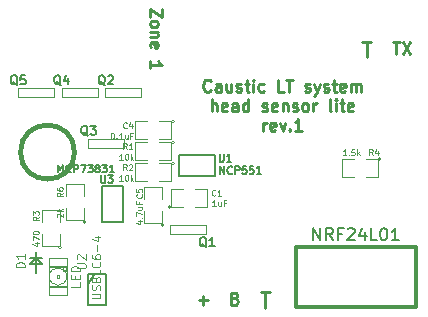
<source format=gto>
G04 (created by PCBNEW (2013-may-18)-stable) date Вт 14 июн 2016 11:11:36*
%MOIN*%
G04 Gerber Fmt 3.4, Leading zero omitted, Abs format*
%FSLAX34Y34*%
G01*
G70*
G90*
G04 APERTURE LIST*
%ADD10C,0.00590551*%
%ADD11C,0.00984252*%
%ADD12C,0.00787402*%
%ADD13C,0.0047*%
%ADD14C,0.005*%
%ADD15C,0.0039*%
%ADD16C,0.012*%
%ADD17C,0.015*%
%ADD18C,0.0026*%
%ADD19C,0.004*%
%ADD20C,0.0051*%
%ADD21C,0.003*%
%ADD22C,0.00393701*%
%ADD23C,0.0043*%
%ADD24C,0.008*%
%ADD25C,0.0035*%
G04 APERTURE END LIST*
G54D10*
G54D11*
X38862Y-19396D02*
X38562Y-19396D01*
X38712Y-19396D02*
X38712Y-19921D01*
X39593Y-19415D02*
X39818Y-19415D01*
X39706Y-19809D02*
X39706Y-19415D01*
X39912Y-19415D02*
X40174Y-19809D01*
X40174Y-19415D02*
X39912Y-19809D01*
X33109Y-28009D02*
X33409Y-28009D01*
X33259Y-28159D02*
X33259Y-27859D01*
X34328Y-27953D02*
X34384Y-27971D01*
X34403Y-27990D01*
X34421Y-28028D01*
X34421Y-28084D01*
X34403Y-28121D01*
X34384Y-28140D01*
X34346Y-28159D01*
X34196Y-28159D01*
X34196Y-27765D01*
X34328Y-27765D01*
X34365Y-27784D01*
X34384Y-27803D01*
X34403Y-27840D01*
X34403Y-27878D01*
X34384Y-27915D01*
X34365Y-27934D01*
X34328Y-27953D01*
X34196Y-27953D01*
X35490Y-27746D02*
X35190Y-27746D01*
X35340Y-27746D02*
X35340Y-28271D01*
X33509Y-21021D02*
X33490Y-21040D01*
X33434Y-21059D01*
X33397Y-21059D01*
X33340Y-21040D01*
X33303Y-21003D01*
X33284Y-20965D01*
X33265Y-20890D01*
X33265Y-20834D01*
X33284Y-20759D01*
X33303Y-20721D01*
X33340Y-20684D01*
X33397Y-20665D01*
X33434Y-20665D01*
X33490Y-20684D01*
X33509Y-20703D01*
X33847Y-21059D02*
X33847Y-20853D01*
X33828Y-20815D01*
X33790Y-20796D01*
X33715Y-20796D01*
X33678Y-20815D01*
X33847Y-21040D02*
X33809Y-21059D01*
X33715Y-21059D01*
X33678Y-21040D01*
X33659Y-21003D01*
X33659Y-20965D01*
X33678Y-20928D01*
X33715Y-20909D01*
X33809Y-20909D01*
X33847Y-20890D01*
X34203Y-20796D02*
X34203Y-21059D01*
X34034Y-20796D02*
X34034Y-21003D01*
X34053Y-21040D01*
X34090Y-21059D01*
X34147Y-21059D01*
X34184Y-21040D01*
X34203Y-21021D01*
X34372Y-21040D02*
X34409Y-21059D01*
X34484Y-21059D01*
X34522Y-21040D01*
X34540Y-21003D01*
X34540Y-20984D01*
X34522Y-20946D01*
X34484Y-20928D01*
X34428Y-20928D01*
X34390Y-20909D01*
X34372Y-20871D01*
X34372Y-20853D01*
X34390Y-20815D01*
X34428Y-20796D01*
X34484Y-20796D01*
X34522Y-20815D01*
X34653Y-20796D02*
X34803Y-20796D01*
X34709Y-20665D02*
X34709Y-21003D01*
X34728Y-21040D01*
X34765Y-21059D01*
X34803Y-21059D01*
X34934Y-21059D02*
X34934Y-20796D01*
X34934Y-20665D02*
X34915Y-20684D01*
X34934Y-20703D01*
X34953Y-20684D01*
X34934Y-20665D01*
X34934Y-20703D01*
X35290Y-21040D02*
X35253Y-21059D01*
X35178Y-21059D01*
X35140Y-21040D01*
X35121Y-21021D01*
X35103Y-20984D01*
X35103Y-20871D01*
X35121Y-20834D01*
X35140Y-20815D01*
X35178Y-20796D01*
X35253Y-20796D01*
X35290Y-20815D01*
X35946Y-21059D02*
X35759Y-21059D01*
X35759Y-20665D01*
X36021Y-20665D02*
X36246Y-20665D01*
X36134Y-21059D02*
X36134Y-20665D01*
X36659Y-21040D02*
X36696Y-21059D01*
X36771Y-21059D01*
X36809Y-21040D01*
X36828Y-21003D01*
X36828Y-20984D01*
X36809Y-20946D01*
X36771Y-20928D01*
X36715Y-20928D01*
X36678Y-20909D01*
X36659Y-20871D01*
X36659Y-20853D01*
X36678Y-20815D01*
X36715Y-20796D01*
X36771Y-20796D01*
X36809Y-20815D01*
X36959Y-20796D02*
X37052Y-21059D01*
X37146Y-20796D02*
X37052Y-21059D01*
X37015Y-21153D01*
X36996Y-21171D01*
X36959Y-21190D01*
X37277Y-21040D02*
X37315Y-21059D01*
X37390Y-21059D01*
X37427Y-21040D01*
X37446Y-21003D01*
X37446Y-20984D01*
X37427Y-20946D01*
X37390Y-20928D01*
X37334Y-20928D01*
X37296Y-20909D01*
X37277Y-20871D01*
X37277Y-20853D01*
X37296Y-20815D01*
X37334Y-20796D01*
X37390Y-20796D01*
X37427Y-20815D01*
X37559Y-20796D02*
X37709Y-20796D01*
X37615Y-20665D02*
X37615Y-21003D01*
X37634Y-21040D01*
X37671Y-21059D01*
X37709Y-21059D01*
X37990Y-21040D02*
X37952Y-21059D01*
X37877Y-21059D01*
X37840Y-21040D01*
X37821Y-21003D01*
X37821Y-20853D01*
X37840Y-20815D01*
X37877Y-20796D01*
X37952Y-20796D01*
X37990Y-20815D01*
X38009Y-20853D01*
X38009Y-20890D01*
X37821Y-20928D01*
X38177Y-21059D02*
X38177Y-20796D01*
X38177Y-20834D02*
X38196Y-20815D01*
X38234Y-20796D01*
X38290Y-20796D01*
X38327Y-20815D01*
X38346Y-20853D01*
X38346Y-21059D01*
X38346Y-20853D02*
X38365Y-20815D01*
X38402Y-20796D01*
X38459Y-20796D01*
X38496Y-20815D01*
X38515Y-20853D01*
X38515Y-21059D01*
X33547Y-21708D02*
X33547Y-21315D01*
X33715Y-21708D02*
X33715Y-21502D01*
X33697Y-21465D01*
X33659Y-21446D01*
X33603Y-21446D01*
X33565Y-21465D01*
X33547Y-21483D01*
X34053Y-21690D02*
X34015Y-21708D01*
X33940Y-21708D01*
X33903Y-21690D01*
X33884Y-21652D01*
X33884Y-21502D01*
X33903Y-21465D01*
X33940Y-21446D01*
X34015Y-21446D01*
X34053Y-21465D01*
X34072Y-21502D01*
X34072Y-21540D01*
X33884Y-21577D01*
X34409Y-21708D02*
X34409Y-21502D01*
X34390Y-21465D01*
X34353Y-21446D01*
X34278Y-21446D01*
X34240Y-21465D01*
X34409Y-21690D02*
X34372Y-21708D01*
X34278Y-21708D01*
X34240Y-21690D01*
X34222Y-21652D01*
X34222Y-21615D01*
X34240Y-21577D01*
X34278Y-21558D01*
X34372Y-21558D01*
X34409Y-21540D01*
X34765Y-21708D02*
X34765Y-21315D01*
X34765Y-21690D02*
X34728Y-21708D01*
X34653Y-21708D01*
X34615Y-21690D01*
X34597Y-21671D01*
X34578Y-21633D01*
X34578Y-21521D01*
X34597Y-21483D01*
X34615Y-21465D01*
X34653Y-21446D01*
X34728Y-21446D01*
X34765Y-21465D01*
X35234Y-21690D02*
X35271Y-21708D01*
X35346Y-21708D01*
X35384Y-21690D01*
X35403Y-21652D01*
X35403Y-21633D01*
X35384Y-21596D01*
X35346Y-21577D01*
X35290Y-21577D01*
X35253Y-21558D01*
X35234Y-21521D01*
X35234Y-21502D01*
X35253Y-21465D01*
X35290Y-21446D01*
X35346Y-21446D01*
X35384Y-21465D01*
X35721Y-21690D02*
X35684Y-21708D01*
X35609Y-21708D01*
X35571Y-21690D01*
X35553Y-21652D01*
X35553Y-21502D01*
X35571Y-21465D01*
X35609Y-21446D01*
X35684Y-21446D01*
X35721Y-21465D01*
X35740Y-21502D01*
X35740Y-21540D01*
X35553Y-21577D01*
X35909Y-21446D02*
X35909Y-21708D01*
X35909Y-21483D02*
X35928Y-21465D01*
X35965Y-21446D01*
X36021Y-21446D01*
X36059Y-21465D01*
X36078Y-21502D01*
X36078Y-21708D01*
X36246Y-21690D02*
X36284Y-21708D01*
X36359Y-21708D01*
X36396Y-21690D01*
X36415Y-21652D01*
X36415Y-21633D01*
X36396Y-21596D01*
X36359Y-21577D01*
X36303Y-21577D01*
X36265Y-21558D01*
X36246Y-21521D01*
X36246Y-21502D01*
X36265Y-21465D01*
X36303Y-21446D01*
X36359Y-21446D01*
X36396Y-21465D01*
X36640Y-21708D02*
X36603Y-21690D01*
X36584Y-21671D01*
X36565Y-21633D01*
X36565Y-21521D01*
X36584Y-21483D01*
X36603Y-21465D01*
X36640Y-21446D01*
X36696Y-21446D01*
X36734Y-21465D01*
X36753Y-21483D01*
X36771Y-21521D01*
X36771Y-21633D01*
X36753Y-21671D01*
X36734Y-21690D01*
X36696Y-21708D01*
X36640Y-21708D01*
X36940Y-21708D02*
X36940Y-21446D01*
X36940Y-21521D02*
X36959Y-21483D01*
X36977Y-21465D01*
X37015Y-21446D01*
X37052Y-21446D01*
X37540Y-21708D02*
X37502Y-21690D01*
X37484Y-21652D01*
X37484Y-21315D01*
X37690Y-21708D02*
X37690Y-21446D01*
X37690Y-21315D02*
X37671Y-21334D01*
X37690Y-21352D01*
X37709Y-21334D01*
X37690Y-21315D01*
X37690Y-21352D01*
X37821Y-21446D02*
X37971Y-21446D01*
X37877Y-21315D02*
X37877Y-21652D01*
X37896Y-21690D01*
X37934Y-21708D01*
X37971Y-21708D01*
X38252Y-21690D02*
X38215Y-21708D01*
X38140Y-21708D01*
X38102Y-21690D01*
X38084Y-21652D01*
X38084Y-21502D01*
X38102Y-21465D01*
X38140Y-21446D01*
X38215Y-21446D01*
X38252Y-21465D01*
X38271Y-21502D01*
X38271Y-21540D01*
X38084Y-21577D01*
X35271Y-22358D02*
X35271Y-22096D01*
X35271Y-22171D02*
X35290Y-22133D01*
X35309Y-22114D01*
X35346Y-22096D01*
X35384Y-22096D01*
X35665Y-22339D02*
X35628Y-22358D01*
X35553Y-22358D01*
X35515Y-22339D01*
X35496Y-22302D01*
X35496Y-22152D01*
X35515Y-22114D01*
X35553Y-22096D01*
X35628Y-22096D01*
X35665Y-22114D01*
X35684Y-22152D01*
X35684Y-22189D01*
X35496Y-22227D01*
X35815Y-22096D02*
X35909Y-22358D01*
X36003Y-22096D01*
X36153Y-22321D02*
X36171Y-22339D01*
X36153Y-22358D01*
X36134Y-22339D01*
X36153Y-22321D01*
X36153Y-22358D01*
X36546Y-22358D02*
X36321Y-22358D01*
X36434Y-22358D02*
X36434Y-21964D01*
X36396Y-22021D01*
X36359Y-22058D01*
X36321Y-22077D01*
X31884Y-18306D02*
X31884Y-18568D01*
X31490Y-18306D01*
X31490Y-18568D01*
X31490Y-18775D02*
X31509Y-18737D01*
X31528Y-18718D01*
X31565Y-18700D01*
X31678Y-18700D01*
X31715Y-18718D01*
X31734Y-18737D01*
X31753Y-18775D01*
X31753Y-18831D01*
X31734Y-18868D01*
X31715Y-18887D01*
X31678Y-18906D01*
X31565Y-18906D01*
X31528Y-18887D01*
X31509Y-18868D01*
X31490Y-18831D01*
X31490Y-18775D01*
X31753Y-19075D02*
X31490Y-19075D01*
X31715Y-19075D02*
X31734Y-19093D01*
X31753Y-19131D01*
X31753Y-19187D01*
X31734Y-19225D01*
X31696Y-19243D01*
X31490Y-19243D01*
X31509Y-19581D02*
X31490Y-19543D01*
X31490Y-19468D01*
X31509Y-19431D01*
X31546Y-19412D01*
X31696Y-19412D01*
X31734Y-19431D01*
X31753Y-19468D01*
X31753Y-19543D01*
X31734Y-19581D01*
X31696Y-19599D01*
X31659Y-19599D01*
X31621Y-19412D01*
X31490Y-20274D02*
X31490Y-20049D01*
X31490Y-20162D02*
X31884Y-20162D01*
X31828Y-20124D01*
X31790Y-20087D01*
X31771Y-20049D01*
G54D12*
X27700Y-26400D02*
X27700Y-27000D01*
X27900Y-26800D02*
X27700Y-26600D01*
X27500Y-26800D02*
X27900Y-26800D01*
X27700Y-26600D02*
X27500Y-26800D01*
X27500Y-26600D02*
X27900Y-26600D01*
X27700Y-27100D02*
X27700Y-26600D01*
G54D13*
X28300Y-21250D02*
X27100Y-21250D01*
X27100Y-21250D02*
X27100Y-20950D01*
X27100Y-20950D02*
X28300Y-20950D01*
X28300Y-20950D02*
X28300Y-21250D01*
X30625Y-22925D02*
X29425Y-22925D01*
X29425Y-22925D02*
X29425Y-22625D01*
X29425Y-22625D02*
X30625Y-22625D01*
X30625Y-22625D02*
X30625Y-22925D01*
X29750Y-21250D02*
X28550Y-21250D01*
X28550Y-21250D02*
X28550Y-20950D01*
X28550Y-20950D02*
X29750Y-20950D01*
X29750Y-20950D02*
X29750Y-21250D01*
X32150Y-25500D02*
X33350Y-25500D01*
X33350Y-25500D02*
X33350Y-25800D01*
X33350Y-25800D02*
X32150Y-25800D01*
X32150Y-25800D02*
X32150Y-25500D01*
X31200Y-21250D02*
X30000Y-21250D01*
X30000Y-21250D02*
X30000Y-20950D01*
X30000Y-20950D02*
X31200Y-20950D01*
X31200Y-20950D02*
X31200Y-21250D01*
G54D14*
X29425Y-27475D02*
X29625Y-27175D01*
X29425Y-28175D02*
X29425Y-27150D01*
X29425Y-27150D02*
X30025Y-27150D01*
X30025Y-27150D02*
X30025Y-28175D01*
X30025Y-28175D02*
X29425Y-28175D01*
X33675Y-23175D02*
X33675Y-23875D01*
X33675Y-23875D02*
X32475Y-23875D01*
X32475Y-23875D02*
X32475Y-23175D01*
X32475Y-23175D02*
X33675Y-23175D01*
X30600Y-25400D02*
X29900Y-25400D01*
X29900Y-25400D02*
X29900Y-24200D01*
X29900Y-24200D02*
X30600Y-24200D01*
X30600Y-24200D02*
X30600Y-25400D01*
G54D15*
X32300Y-23450D02*
G75*
G03X32300Y-23450I-50J0D01*
G74*
G01*
X31800Y-23450D02*
X32200Y-23450D01*
X32200Y-23450D02*
X32200Y-24050D01*
X32200Y-24050D02*
X31800Y-24050D01*
X31400Y-24050D02*
X31000Y-24050D01*
X31000Y-24050D02*
X31000Y-23450D01*
X31000Y-23450D02*
X31400Y-23450D01*
X39200Y-23300D02*
G75*
G03X39200Y-23300I-50J0D01*
G74*
G01*
X38700Y-23300D02*
X39100Y-23300D01*
X39100Y-23300D02*
X39100Y-23900D01*
X39100Y-23900D02*
X38700Y-23900D01*
X38300Y-23900D02*
X37900Y-23900D01*
X37900Y-23900D02*
X37900Y-23300D01*
X37900Y-23300D02*
X38300Y-23300D01*
X31950Y-25500D02*
G75*
G03X31950Y-25500I-50J0D01*
G74*
G01*
X31900Y-25050D02*
X31900Y-25450D01*
X31900Y-25450D02*
X31300Y-25450D01*
X31300Y-25450D02*
X31300Y-25050D01*
X31300Y-24650D02*
X31300Y-24250D01*
X31300Y-24250D02*
X31900Y-24250D01*
X31900Y-24250D02*
X31900Y-24650D01*
X29350Y-25400D02*
G75*
G03X29350Y-25400I-50J0D01*
G74*
G01*
X29300Y-24950D02*
X29300Y-25350D01*
X29300Y-25350D02*
X28700Y-25350D01*
X28700Y-25350D02*
X28700Y-24950D01*
X28700Y-24550D02*
X28700Y-24150D01*
X28700Y-24150D02*
X29300Y-24150D01*
X29300Y-24150D02*
X29300Y-24550D01*
X28550Y-26250D02*
G75*
G03X28550Y-26250I-50J0D01*
G74*
G01*
X28500Y-25800D02*
X28500Y-26200D01*
X28500Y-26200D02*
X27900Y-26200D01*
X27900Y-26200D02*
X27900Y-25800D01*
X27900Y-25400D02*
X27900Y-25000D01*
X27900Y-25000D02*
X28500Y-25000D01*
X28500Y-25000D02*
X28500Y-25400D01*
X32300Y-22050D02*
G75*
G03X32300Y-22050I-50J0D01*
G74*
G01*
X31800Y-22050D02*
X32200Y-22050D01*
X32200Y-22050D02*
X32200Y-22650D01*
X32200Y-22650D02*
X31800Y-22650D01*
X31400Y-22650D02*
X31000Y-22650D01*
X31000Y-22650D02*
X31000Y-22050D01*
X31000Y-22050D02*
X31400Y-22050D01*
X32300Y-22750D02*
G75*
G03X32300Y-22750I-50J0D01*
G74*
G01*
X31800Y-22750D02*
X32200Y-22750D01*
X32200Y-22750D02*
X32200Y-23350D01*
X32200Y-23350D02*
X31800Y-23350D01*
X31400Y-23350D02*
X31000Y-23350D01*
X31000Y-23350D02*
X31000Y-22750D01*
X31000Y-22750D02*
X31400Y-22750D01*
X32200Y-24900D02*
G75*
G03X32200Y-24900I-50J0D01*
G74*
G01*
X32600Y-24900D02*
X32200Y-24900D01*
X32200Y-24900D02*
X32200Y-24300D01*
X32200Y-24300D02*
X32600Y-24300D01*
X33000Y-24300D02*
X33400Y-24300D01*
X33400Y-24300D02*
X33400Y-24900D01*
X33400Y-24900D02*
X33000Y-24900D01*
G54D16*
X36350Y-26250D02*
X40350Y-26250D01*
X40350Y-26250D02*
X40350Y-28250D01*
X40350Y-28250D02*
X36350Y-28250D01*
X36350Y-28250D02*
X36350Y-26250D01*
G54D17*
X28975Y-23075D02*
G75*
G03X28975Y-23075I-900J0D01*
G74*
G01*
G54D18*
X28464Y-27264D02*
X28464Y-27186D01*
X28464Y-27186D02*
X28386Y-27186D01*
X28386Y-27264D02*
X28386Y-27186D01*
X28464Y-27264D02*
X28386Y-27264D01*
X28700Y-27048D02*
X28700Y-26911D01*
X28700Y-26911D02*
X28602Y-26911D01*
X28602Y-27048D02*
X28602Y-26911D01*
X28700Y-27048D02*
X28602Y-27048D01*
X28700Y-26911D02*
X28700Y-26871D01*
X28700Y-26871D02*
X28229Y-26871D01*
X28229Y-26911D02*
X28229Y-26871D01*
X28700Y-26911D02*
X28229Y-26911D01*
X28209Y-26911D02*
X28209Y-26871D01*
X28209Y-26871D02*
X28150Y-26871D01*
X28150Y-26911D02*
X28150Y-26871D01*
X28209Y-26911D02*
X28150Y-26911D01*
X28700Y-27579D02*
X28700Y-27539D01*
X28700Y-27539D02*
X28229Y-27539D01*
X28229Y-27579D02*
X28229Y-27539D01*
X28700Y-27579D02*
X28229Y-27579D01*
X28209Y-27579D02*
X28209Y-27539D01*
X28209Y-27539D02*
X28150Y-27539D01*
X28150Y-27579D02*
X28150Y-27539D01*
X28209Y-27579D02*
X28150Y-27579D01*
X28700Y-27048D02*
X28700Y-26989D01*
X28700Y-26989D02*
X28602Y-26989D01*
X28602Y-27048D02*
X28602Y-26989D01*
X28700Y-27048D02*
X28602Y-27048D01*
G54D19*
X28720Y-26615D02*
X28720Y-27835D01*
X28720Y-27835D02*
X28130Y-27835D01*
X28130Y-27835D02*
X28130Y-26615D01*
X28130Y-26615D02*
X28720Y-26615D01*
X28621Y-27440D02*
G75*
G03X28620Y-27008I-196J215D01*
G74*
G01*
X28228Y-27440D02*
G75*
G03X28620Y-27441I196J215D01*
G74*
G01*
X28228Y-27009D02*
G75*
G03X28229Y-27441I196J-215D01*
G74*
G01*
X28621Y-27009D02*
G75*
G03X28229Y-27008I-196J-215D01*
G74*
G01*
G54D20*
X27071Y-20850D02*
X27042Y-20835D01*
X27014Y-20807D01*
X26971Y-20764D01*
X26942Y-20750D01*
X26914Y-20750D01*
X26928Y-20821D02*
X26900Y-20807D01*
X26871Y-20778D01*
X26857Y-20721D01*
X26857Y-20621D01*
X26871Y-20564D01*
X26900Y-20535D01*
X26928Y-20521D01*
X26985Y-20521D01*
X27014Y-20535D01*
X27042Y-20564D01*
X27057Y-20621D01*
X27057Y-20721D01*
X27042Y-20778D01*
X27014Y-20807D01*
X26985Y-20821D01*
X26928Y-20821D01*
X27328Y-20521D02*
X27185Y-20521D01*
X27171Y-20664D01*
X27185Y-20650D01*
X27214Y-20635D01*
X27285Y-20635D01*
X27314Y-20650D01*
X27328Y-20664D01*
X27342Y-20692D01*
X27342Y-20764D01*
X27328Y-20792D01*
X27314Y-20807D01*
X27285Y-20821D01*
X27214Y-20821D01*
X27185Y-20807D01*
X27171Y-20792D01*
X29421Y-22525D02*
X29392Y-22510D01*
X29364Y-22482D01*
X29321Y-22439D01*
X29292Y-22425D01*
X29264Y-22425D01*
X29278Y-22496D02*
X29250Y-22482D01*
X29221Y-22453D01*
X29207Y-22396D01*
X29207Y-22296D01*
X29221Y-22239D01*
X29250Y-22210D01*
X29278Y-22196D01*
X29335Y-22196D01*
X29364Y-22210D01*
X29392Y-22239D01*
X29407Y-22296D01*
X29407Y-22396D01*
X29392Y-22453D01*
X29364Y-22482D01*
X29335Y-22496D01*
X29278Y-22496D01*
X29507Y-22196D02*
X29692Y-22196D01*
X29592Y-22310D01*
X29635Y-22310D01*
X29664Y-22325D01*
X29678Y-22339D01*
X29692Y-22367D01*
X29692Y-22439D01*
X29678Y-22467D01*
X29664Y-22482D01*
X29635Y-22496D01*
X29550Y-22496D01*
X29521Y-22482D01*
X29507Y-22467D01*
X28521Y-20850D02*
X28492Y-20835D01*
X28464Y-20807D01*
X28421Y-20764D01*
X28392Y-20750D01*
X28364Y-20750D01*
X28378Y-20821D02*
X28350Y-20807D01*
X28321Y-20778D01*
X28307Y-20721D01*
X28307Y-20621D01*
X28321Y-20564D01*
X28350Y-20535D01*
X28378Y-20521D01*
X28435Y-20521D01*
X28464Y-20535D01*
X28492Y-20564D01*
X28507Y-20621D01*
X28507Y-20721D01*
X28492Y-20778D01*
X28464Y-20807D01*
X28435Y-20821D01*
X28378Y-20821D01*
X28764Y-20621D02*
X28764Y-20821D01*
X28692Y-20507D02*
X28621Y-20721D01*
X28807Y-20721D01*
X33371Y-26250D02*
X33342Y-26235D01*
X33314Y-26207D01*
X33271Y-26164D01*
X33242Y-26150D01*
X33214Y-26150D01*
X33228Y-26221D02*
X33200Y-26207D01*
X33171Y-26178D01*
X33157Y-26121D01*
X33157Y-26021D01*
X33171Y-25964D01*
X33200Y-25935D01*
X33228Y-25921D01*
X33285Y-25921D01*
X33314Y-25935D01*
X33342Y-25964D01*
X33357Y-26021D01*
X33357Y-26121D01*
X33342Y-26178D01*
X33314Y-26207D01*
X33285Y-26221D01*
X33228Y-26221D01*
X33642Y-26221D02*
X33471Y-26221D01*
X33557Y-26221D02*
X33557Y-25921D01*
X33528Y-25964D01*
X33500Y-25992D01*
X33471Y-26007D01*
X29996Y-20850D02*
X29967Y-20835D01*
X29939Y-20807D01*
X29896Y-20764D01*
X29867Y-20750D01*
X29839Y-20750D01*
X29853Y-20821D02*
X29825Y-20807D01*
X29796Y-20778D01*
X29782Y-20721D01*
X29782Y-20621D01*
X29796Y-20564D01*
X29825Y-20535D01*
X29853Y-20521D01*
X29910Y-20521D01*
X29939Y-20535D01*
X29967Y-20564D01*
X29982Y-20621D01*
X29982Y-20721D01*
X29967Y-20778D01*
X29939Y-20807D01*
X29910Y-20821D01*
X29853Y-20821D01*
X30096Y-20550D02*
X30110Y-20535D01*
X30139Y-20521D01*
X30210Y-20521D01*
X30239Y-20535D01*
X30253Y-20550D01*
X30267Y-20578D01*
X30267Y-20607D01*
X30253Y-20650D01*
X30082Y-20821D01*
X30267Y-20821D01*
G54D21*
X29046Y-26953D02*
X29289Y-26953D01*
X29317Y-26939D01*
X29332Y-26925D01*
X29346Y-26896D01*
X29346Y-26839D01*
X29332Y-26810D01*
X29317Y-26796D01*
X29289Y-26782D01*
X29046Y-26782D01*
X29075Y-26653D02*
X29060Y-26639D01*
X29046Y-26610D01*
X29046Y-26539D01*
X29060Y-26510D01*
X29075Y-26496D01*
X29103Y-26482D01*
X29132Y-26482D01*
X29175Y-26496D01*
X29346Y-26667D01*
X29346Y-26482D01*
G54D22*
X29560Y-27955D02*
X29784Y-27955D01*
X29810Y-27942D01*
X29823Y-27928D01*
X29836Y-27902D01*
X29836Y-27850D01*
X29823Y-27823D01*
X29810Y-27810D01*
X29784Y-27797D01*
X29560Y-27797D01*
X29823Y-27679D02*
X29836Y-27640D01*
X29836Y-27574D01*
X29823Y-27548D01*
X29810Y-27535D01*
X29784Y-27522D01*
X29757Y-27522D01*
X29731Y-27535D01*
X29718Y-27548D01*
X29705Y-27574D01*
X29692Y-27627D01*
X29679Y-27653D01*
X29665Y-27666D01*
X29639Y-27679D01*
X29613Y-27679D01*
X29587Y-27666D01*
X29574Y-27653D01*
X29560Y-27627D01*
X29560Y-27561D01*
X29574Y-27522D01*
X29692Y-27312D02*
X29705Y-27272D01*
X29718Y-27259D01*
X29744Y-27246D01*
X29784Y-27246D01*
X29810Y-27259D01*
X29823Y-27272D01*
X29836Y-27299D01*
X29836Y-27404D01*
X29560Y-27404D01*
X29560Y-27312D01*
X29574Y-27285D01*
X29587Y-27272D01*
X29613Y-27259D01*
X29639Y-27259D01*
X29665Y-27272D01*
X29679Y-27285D01*
X29692Y-27312D01*
X29692Y-27404D01*
X29836Y-26997D02*
X29836Y-27128D01*
X29560Y-27128D01*
X29810Y-26747D02*
X29823Y-26760D01*
X29836Y-26800D01*
X29836Y-26826D01*
X29823Y-26865D01*
X29797Y-26892D01*
X29770Y-26905D01*
X29718Y-26918D01*
X29679Y-26918D01*
X29626Y-26905D01*
X29600Y-26892D01*
X29574Y-26865D01*
X29560Y-26826D01*
X29560Y-26800D01*
X29574Y-26760D01*
X29587Y-26747D01*
X29560Y-26511D02*
X29560Y-26564D01*
X29574Y-26590D01*
X29587Y-26603D01*
X29626Y-26629D01*
X29679Y-26642D01*
X29784Y-26642D01*
X29810Y-26629D01*
X29823Y-26616D01*
X29836Y-26590D01*
X29836Y-26537D01*
X29823Y-26511D01*
X29810Y-26498D01*
X29784Y-26485D01*
X29718Y-26485D01*
X29692Y-26498D01*
X29679Y-26511D01*
X29665Y-26537D01*
X29665Y-26590D01*
X29679Y-26616D01*
X29692Y-26629D01*
X29718Y-26642D01*
X29731Y-26367D02*
X29731Y-26157D01*
X29652Y-25907D02*
X29836Y-25907D01*
X29547Y-25973D02*
X29744Y-26039D01*
X29744Y-25868D01*
G54D14*
X33809Y-23151D02*
X33809Y-23353D01*
X33821Y-23377D01*
X33833Y-23389D01*
X33857Y-23401D01*
X33904Y-23401D01*
X33928Y-23389D01*
X33940Y-23377D01*
X33952Y-23353D01*
X33952Y-23151D01*
X34202Y-23401D02*
X34059Y-23401D01*
X34130Y-23401D02*
X34130Y-23151D01*
X34107Y-23186D01*
X34083Y-23210D01*
X34059Y-23222D01*
X33821Y-23801D02*
X33821Y-23551D01*
X33964Y-23801D01*
X33964Y-23551D01*
X34226Y-23777D02*
X34214Y-23789D01*
X34178Y-23801D01*
X34154Y-23801D01*
X34119Y-23789D01*
X34095Y-23765D01*
X34083Y-23741D01*
X34071Y-23694D01*
X34071Y-23658D01*
X34083Y-23610D01*
X34095Y-23586D01*
X34119Y-23563D01*
X34154Y-23551D01*
X34178Y-23551D01*
X34214Y-23563D01*
X34226Y-23575D01*
X34333Y-23801D02*
X34333Y-23551D01*
X34428Y-23551D01*
X34452Y-23563D01*
X34464Y-23575D01*
X34476Y-23598D01*
X34476Y-23634D01*
X34464Y-23658D01*
X34452Y-23670D01*
X34428Y-23682D01*
X34333Y-23682D01*
X34702Y-23551D02*
X34583Y-23551D01*
X34571Y-23670D01*
X34583Y-23658D01*
X34607Y-23646D01*
X34666Y-23646D01*
X34690Y-23658D01*
X34702Y-23670D01*
X34714Y-23694D01*
X34714Y-23753D01*
X34702Y-23777D01*
X34690Y-23789D01*
X34666Y-23801D01*
X34607Y-23801D01*
X34583Y-23789D01*
X34571Y-23777D01*
X34940Y-23551D02*
X34821Y-23551D01*
X34809Y-23670D01*
X34821Y-23658D01*
X34845Y-23646D01*
X34904Y-23646D01*
X34928Y-23658D01*
X34940Y-23670D01*
X34952Y-23694D01*
X34952Y-23753D01*
X34940Y-23777D01*
X34928Y-23789D01*
X34904Y-23801D01*
X34845Y-23801D01*
X34821Y-23789D01*
X34809Y-23777D01*
X35190Y-23801D02*
X35047Y-23801D01*
X35119Y-23801D02*
X35119Y-23551D01*
X35095Y-23586D01*
X35071Y-23610D01*
X35047Y-23622D01*
X29859Y-23851D02*
X29859Y-24053D01*
X29871Y-24077D01*
X29883Y-24089D01*
X29907Y-24101D01*
X29954Y-24101D01*
X29978Y-24089D01*
X29990Y-24077D01*
X30002Y-24053D01*
X30002Y-23851D01*
X30097Y-23851D02*
X30252Y-23851D01*
X30169Y-23946D01*
X30204Y-23946D01*
X30228Y-23958D01*
X30240Y-23970D01*
X30252Y-23994D01*
X30252Y-24053D01*
X30240Y-24077D01*
X30228Y-24089D01*
X30204Y-24101D01*
X30133Y-24101D01*
X30109Y-24089D01*
X30097Y-24077D01*
X28421Y-23751D02*
X28421Y-23501D01*
X28504Y-23679D01*
X28588Y-23501D01*
X28588Y-23751D01*
X28850Y-23727D02*
X28838Y-23739D01*
X28802Y-23751D01*
X28778Y-23751D01*
X28742Y-23739D01*
X28719Y-23715D01*
X28707Y-23691D01*
X28695Y-23644D01*
X28695Y-23608D01*
X28707Y-23560D01*
X28719Y-23536D01*
X28742Y-23513D01*
X28778Y-23501D01*
X28802Y-23501D01*
X28838Y-23513D01*
X28850Y-23525D01*
X28957Y-23751D02*
X28957Y-23501D01*
X29052Y-23501D01*
X29076Y-23513D01*
X29088Y-23525D01*
X29100Y-23548D01*
X29100Y-23584D01*
X29088Y-23608D01*
X29076Y-23620D01*
X29052Y-23632D01*
X28957Y-23632D01*
X29183Y-23501D02*
X29350Y-23501D01*
X29242Y-23751D01*
X29421Y-23501D02*
X29576Y-23501D01*
X29492Y-23596D01*
X29528Y-23596D01*
X29552Y-23608D01*
X29564Y-23620D01*
X29576Y-23644D01*
X29576Y-23703D01*
X29564Y-23727D01*
X29552Y-23739D01*
X29528Y-23751D01*
X29457Y-23751D01*
X29433Y-23739D01*
X29421Y-23727D01*
X29719Y-23608D02*
X29695Y-23596D01*
X29683Y-23584D01*
X29671Y-23560D01*
X29671Y-23548D01*
X29683Y-23525D01*
X29695Y-23513D01*
X29719Y-23501D01*
X29766Y-23501D01*
X29790Y-23513D01*
X29802Y-23525D01*
X29814Y-23548D01*
X29814Y-23560D01*
X29802Y-23584D01*
X29790Y-23596D01*
X29766Y-23608D01*
X29719Y-23608D01*
X29695Y-23620D01*
X29683Y-23632D01*
X29671Y-23655D01*
X29671Y-23703D01*
X29683Y-23727D01*
X29695Y-23739D01*
X29719Y-23751D01*
X29766Y-23751D01*
X29790Y-23739D01*
X29802Y-23727D01*
X29814Y-23703D01*
X29814Y-23655D01*
X29802Y-23632D01*
X29790Y-23620D01*
X29766Y-23608D01*
X29897Y-23501D02*
X30052Y-23501D01*
X29969Y-23596D01*
X30004Y-23596D01*
X30028Y-23608D01*
X30040Y-23620D01*
X30052Y-23644D01*
X30052Y-23703D01*
X30040Y-23727D01*
X30028Y-23739D01*
X30004Y-23751D01*
X29933Y-23751D01*
X29909Y-23739D01*
X29897Y-23727D01*
X30290Y-23751D02*
X30147Y-23751D01*
X30219Y-23751D02*
X30219Y-23501D01*
X30195Y-23536D01*
X30171Y-23560D01*
X30147Y-23572D01*
G54D23*
X30717Y-23679D02*
X30651Y-23585D01*
X30604Y-23679D02*
X30604Y-23482D01*
X30679Y-23482D01*
X30698Y-23492D01*
X30707Y-23501D01*
X30717Y-23520D01*
X30717Y-23548D01*
X30707Y-23567D01*
X30698Y-23576D01*
X30679Y-23585D01*
X30604Y-23585D01*
X30792Y-23501D02*
X30801Y-23492D01*
X30820Y-23482D01*
X30867Y-23482D01*
X30886Y-23492D01*
X30895Y-23501D01*
X30904Y-23520D01*
X30904Y-23539D01*
X30895Y-23567D01*
X30782Y-23679D01*
X30904Y-23679D01*
X30582Y-24029D02*
X30470Y-24029D01*
X30526Y-24029D02*
X30526Y-23832D01*
X30507Y-23860D01*
X30488Y-23879D01*
X30470Y-23889D01*
X30704Y-23832D02*
X30723Y-23832D01*
X30742Y-23842D01*
X30751Y-23851D01*
X30760Y-23870D01*
X30770Y-23907D01*
X30770Y-23954D01*
X30760Y-23992D01*
X30751Y-24010D01*
X30742Y-24020D01*
X30723Y-24029D01*
X30704Y-24029D01*
X30685Y-24020D01*
X30676Y-24010D01*
X30667Y-23992D01*
X30657Y-23954D01*
X30657Y-23907D01*
X30667Y-23870D01*
X30676Y-23851D01*
X30685Y-23842D01*
X30704Y-23832D01*
X30854Y-24029D02*
X30854Y-23832D01*
X30873Y-23954D02*
X30929Y-24029D01*
X30929Y-23898D02*
X30854Y-23973D01*
X38917Y-23179D02*
X38851Y-23085D01*
X38804Y-23179D02*
X38804Y-22982D01*
X38879Y-22982D01*
X38898Y-22992D01*
X38907Y-23001D01*
X38917Y-23020D01*
X38917Y-23048D01*
X38907Y-23067D01*
X38898Y-23076D01*
X38879Y-23085D01*
X38804Y-23085D01*
X39086Y-23048D02*
X39086Y-23179D01*
X39039Y-22973D02*
X38992Y-23114D01*
X39114Y-23114D01*
X38035Y-23179D02*
X37923Y-23179D01*
X37979Y-23179D02*
X37979Y-22982D01*
X37960Y-23010D01*
X37942Y-23029D01*
X37923Y-23039D01*
X38120Y-23160D02*
X38129Y-23170D01*
X38120Y-23179D01*
X38110Y-23170D01*
X38120Y-23160D01*
X38120Y-23179D01*
X38307Y-22982D02*
X38214Y-22982D01*
X38204Y-23076D01*
X38214Y-23067D01*
X38232Y-23057D01*
X38279Y-23057D01*
X38298Y-23067D01*
X38307Y-23076D01*
X38317Y-23095D01*
X38317Y-23142D01*
X38307Y-23160D01*
X38298Y-23170D01*
X38279Y-23179D01*
X38232Y-23179D01*
X38214Y-23170D01*
X38204Y-23160D01*
X38401Y-23179D02*
X38401Y-22982D01*
X38420Y-23104D02*
X38476Y-23179D01*
X38476Y-23048D02*
X38401Y-23123D01*
X31210Y-24482D02*
X31220Y-24492D01*
X31229Y-24520D01*
X31229Y-24539D01*
X31220Y-24567D01*
X31201Y-24586D01*
X31182Y-24595D01*
X31145Y-24604D01*
X31117Y-24604D01*
X31079Y-24595D01*
X31060Y-24586D01*
X31042Y-24567D01*
X31032Y-24539D01*
X31032Y-24520D01*
X31042Y-24492D01*
X31051Y-24482D01*
X31032Y-24304D02*
X31032Y-24398D01*
X31126Y-24407D01*
X31117Y-24398D01*
X31107Y-24379D01*
X31107Y-24332D01*
X31117Y-24313D01*
X31126Y-24304D01*
X31145Y-24295D01*
X31192Y-24295D01*
X31210Y-24304D01*
X31220Y-24313D01*
X31229Y-24332D01*
X31229Y-24379D01*
X31220Y-24398D01*
X31210Y-24407D01*
X31098Y-25376D02*
X31229Y-25376D01*
X31023Y-25423D02*
X31164Y-25470D01*
X31164Y-25348D01*
X31210Y-25273D02*
X31220Y-25264D01*
X31229Y-25273D01*
X31220Y-25282D01*
X31210Y-25273D01*
X31229Y-25273D01*
X31032Y-25198D02*
X31032Y-25067D01*
X31229Y-25151D01*
X31098Y-24907D02*
X31229Y-24907D01*
X31098Y-24992D02*
X31201Y-24992D01*
X31220Y-24982D01*
X31229Y-24963D01*
X31229Y-24935D01*
X31220Y-24917D01*
X31210Y-24907D01*
X31126Y-24748D02*
X31126Y-24813D01*
X31229Y-24813D02*
X31032Y-24813D01*
X31032Y-24720D01*
X28579Y-24432D02*
X28485Y-24498D01*
X28579Y-24545D02*
X28382Y-24545D01*
X28382Y-24470D01*
X28392Y-24451D01*
X28401Y-24442D01*
X28420Y-24432D01*
X28448Y-24432D01*
X28467Y-24442D01*
X28476Y-24451D01*
X28485Y-24470D01*
X28485Y-24545D01*
X28382Y-24263D02*
X28382Y-24301D01*
X28392Y-24320D01*
X28401Y-24329D01*
X28429Y-24348D01*
X28467Y-24357D01*
X28542Y-24357D01*
X28560Y-24348D01*
X28570Y-24339D01*
X28579Y-24320D01*
X28579Y-24282D01*
X28570Y-24263D01*
X28560Y-24254D01*
X28542Y-24245D01*
X28495Y-24245D01*
X28476Y-24254D01*
X28467Y-24263D01*
X28457Y-24282D01*
X28457Y-24320D01*
X28467Y-24339D01*
X28476Y-24348D01*
X28495Y-24357D01*
X28401Y-25236D02*
X28392Y-25226D01*
X28382Y-25207D01*
X28382Y-25160D01*
X28392Y-25142D01*
X28401Y-25132D01*
X28420Y-25123D01*
X28439Y-25123D01*
X28467Y-25132D01*
X28579Y-25245D01*
X28579Y-25123D01*
X28579Y-25039D02*
X28382Y-25039D01*
X28504Y-25020D02*
X28579Y-24963D01*
X28448Y-24963D02*
X28523Y-25039D01*
X27779Y-25232D02*
X27685Y-25298D01*
X27779Y-25345D02*
X27582Y-25345D01*
X27582Y-25270D01*
X27592Y-25251D01*
X27601Y-25242D01*
X27620Y-25232D01*
X27648Y-25232D01*
X27667Y-25242D01*
X27676Y-25251D01*
X27685Y-25270D01*
X27685Y-25345D01*
X27582Y-25167D02*
X27582Y-25045D01*
X27657Y-25110D01*
X27657Y-25082D01*
X27667Y-25063D01*
X27676Y-25054D01*
X27695Y-25045D01*
X27742Y-25045D01*
X27760Y-25054D01*
X27770Y-25063D01*
X27779Y-25082D01*
X27779Y-25139D01*
X27770Y-25157D01*
X27760Y-25167D01*
X27648Y-26100D02*
X27779Y-26100D01*
X27573Y-26146D02*
X27714Y-26193D01*
X27714Y-26071D01*
X27582Y-26015D02*
X27582Y-25884D01*
X27779Y-25968D01*
X27582Y-25771D02*
X27582Y-25753D01*
X27592Y-25734D01*
X27601Y-25724D01*
X27620Y-25715D01*
X27657Y-25706D01*
X27704Y-25706D01*
X27742Y-25715D01*
X27760Y-25724D01*
X27770Y-25734D01*
X27779Y-25753D01*
X27779Y-25771D01*
X27770Y-25790D01*
X27760Y-25799D01*
X27742Y-25809D01*
X27704Y-25818D01*
X27657Y-25818D01*
X27620Y-25809D01*
X27601Y-25799D01*
X27592Y-25790D01*
X27582Y-25771D01*
X30717Y-22260D02*
X30707Y-22270D01*
X30679Y-22279D01*
X30660Y-22279D01*
X30632Y-22270D01*
X30613Y-22251D01*
X30604Y-22232D01*
X30595Y-22195D01*
X30595Y-22167D01*
X30604Y-22129D01*
X30613Y-22110D01*
X30632Y-22092D01*
X30660Y-22082D01*
X30679Y-22082D01*
X30707Y-22092D01*
X30717Y-22101D01*
X30886Y-22148D02*
X30886Y-22279D01*
X30839Y-22073D02*
X30792Y-22214D01*
X30914Y-22214D01*
X30226Y-22432D02*
X30245Y-22432D01*
X30263Y-22442D01*
X30273Y-22451D01*
X30282Y-22470D01*
X30292Y-22507D01*
X30292Y-22554D01*
X30282Y-22592D01*
X30273Y-22610D01*
X30263Y-22620D01*
X30245Y-22629D01*
X30226Y-22629D01*
X30207Y-22620D01*
X30198Y-22610D01*
X30188Y-22592D01*
X30179Y-22554D01*
X30179Y-22507D01*
X30188Y-22470D01*
X30198Y-22451D01*
X30207Y-22442D01*
X30226Y-22432D01*
X30376Y-22610D02*
X30385Y-22620D01*
X30376Y-22629D01*
X30367Y-22620D01*
X30376Y-22610D01*
X30376Y-22629D01*
X30573Y-22629D02*
X30460Y-22629D01*
X30517Y-22629D02*
X30517Y-22432D01*
X30498Y-22460D01*
X30479Y-22479D01*
X30460Y-22489D01*
X30742Y-22498D02*
X30742Y-22629D01*
X30657Y-22498D02*
X30657Y-22601D01*
X30667Y-22620D01*
X30686Y-22629D01*
X30714Y-22629D01*
X30732Y-22620D01*
X30742Y-22610D01*
X30901Y-22526D02*
X30836Y-22526D01*
X30836Y-22629D02*
X30836Y-22432D01*
X30929Y-22432D01*
X30717Y-22979D02*
X30651Y-22885D01*
X30604Y-22979D02*
X30604Y-22782D01*
X30679Y-22782D01*
X30698Y-22792D01*
X30707Y-22801D01*
X30717Y-22820D01*
X30717Y-22848D01*
X30707Y-22867D01*
X30698Y-22876D01*
X30679Y-22885D01*
X30604Y-22885D01*
X30904Y-22979D02*
X30792Y-22979D01*
X30848Y-22979D02*
X30848Y-22782D01*
X30829Y-22810D01*
X30810Y-22829D01*
X30792Y-22839D01*
X30582Y-23329D02*
X30470Y-23329D01*
X30526Y-23329D02*
X30526Y-23132D01*
X30507Y-23160D01*
X30488Y-23179D01*
X30470Y-23189D01*
X30704Y-23132D02*
X30723Y-23132D01*
X30742Y-23142D01*
X30751Y-23151D01*
X30760Y-23170D01*
X30770Y-23207D01*
X30770Y-23254D01*
X30760Y-23292D01*
X30751Y-23310D01*
X30742Y-23320D01*
X30723Y-23329D01*
X30704Y-23329D01*
X30685Y-23320D01*
X30676Y-23310D01*
X30667Y-23292D01*
X30657Y-23254D01*
X30657Y-23207D01*
X30667Y-23170D01*
X30676Y-23151D01*
X30685Y-23142D01*
X30704Y-23132D01*
X30854Y-23329D02*
X30854Y-23132D01*
X30873Y-23254D02*
X30929Y-23329D01*
X30929Y-23198D02*
X30854Y-23273D01*
X33667Y-24510D02*
X33657Y-24520D01*
X33629Y-24529D01*
X33610Y-24529D01*
X33582Y-24520D01*
X33563Y-24501D01*
X33554Y-24482D01*
X33545Y-24445D01*
X33545Y-24417D01*
X33554Y-24379D01*
X33563Y-24360D01*
X33582Y-24342D01*
X33610Y-24332D01*
X33629Y-24332D01*
X33657Y-24342D01*
X33667Y-24351D01*
X33854Y-24529D02*
X33742Y-24529D01*
X33798Y-24529D02*
X33798Y-24332D01*
X33779Y-24360D01*
X33760Y-24379D01*
X33742Y-24389D01*
X33682Y-24879D02*
X33570Y-24879D01*
X33626Y-24879D02*
X33626Y-24682D01*
X33607Y-24710D01*
X33588Y-24729D01*
X33570Y-24739D01*
X33851Y-24748D02*
X33851Y-24879D01*
X33767Y-24748D02*
X33767Y-24851D01*
X33776Y-24870D01*
X33795Y-24879D01*
X33823Y-24879D01*
X33842Y-24870D01*
X33851Y-24860D01*
X34011Y-24776D02*
X33945Y-24776D01*
X33945Y-24879D02*
X33945Y-24682D01*
X34039Y-24682D01*
G54D24*
X36940Y-26011D02*
X36940Y-25611D01*
X37169Y-26011D01*
X37169Y-25611D01*
X37588Y-26011D02*
X37454Y-25821D01*
X37359Y-26011D02*
X37359Y-25611D01*
X37511Y-25611D01*
X37550Y-25630D01*
X37569Y-25650D01*
X37588Y-25688D01*
X37588Y-25745D01*
X37569Y-25783D01*
X37550Y-25802D01*
X37511Y-25821D01*
X37359Y-25821D01*
X37892Y-25802D02*
X37759Y-25802D01*
X37759Y-26011D02*
X37759Y-25611D01*
X37950Y-25611D01*
X38083Y-25650D02*
X38102Y-25630D01*
X38140Y-25611D01*
X38235Y-25611D01*
X38273Y-25630D01*
X38292Y-25650D01*
X38311Y-25688D01*
X38311Y-25726D01*
X38292Y-25783D01*
X38064Y-26011D01*
X38311Y-26011D01*
X38654Y-25745D02*
X38654Y-26011D01*
X38559Y-25592D02*
X38464Y-25878D01*
X38711Y-25878D01*
X39054Y-26011D02*
X38864Y-26011D01*
X38864Y-25611D01*
X39264Y-25611D02*
X39302Y-25611D01*
X39340Y-25630D01*
X39359Y-25650D01*
X39378Y-25688D01*
X39397Y-25764D01*
X39397Y-25859D01*
X39378Y-25935D01*
X39359Y-25973D01*
X39340Y-25992D01*
X39302Y-26011D01*
X39264Y-26011D01*
X39226Y-25992D01*
X39207Y-25973D01*
X39188Y-25935D01*
X39169Y-25859D01*
X39169Y-25764D01*
X39188Y-25688D01*
X39207Y-25650D01*
X39226Y-25630D01*
X39264Y-25611D01*
X39778Y-26011D02*
X39550Y-26011D01*
X39664Y-26011D02*
X39664Y-25611D01*
X39626Y-25669D01*
X39588Y-25707D01*
X39550Y-25726D01*
G54D25*
X27321Y-26921D02*
X27021Y-26921D01*
X27021Y-26850D01*
X27035Y-26807D01*
X27064Y-26778D01*
X27092Y-26764D01*
X27150Y-26750D01*
X27192Y-26750D01*
X27250Y-26764D01*
X27278Y-26778D01*
X27307Y-26807D01*
X27321Y-26850D01*
X27321Y-26921D01*
X27321Y-26464D02*
X27321Y-26635D01*
X27321Y-26550D02*
X27021Y-26550D01*
X27064Y-26578D01*
X27092Y-26607D01*
X27107Y-26635D01*
X29146Y-27417D02*
X29146Y-27560D01*
X28846Y-27560D01*
X28989Y-27317D02*
X28989Y-27217D01*
X29146Y-27175D02*
X29146Y-27317D01*
X28846Y-27317D01*
X28846Y-27175D01*
X29146Y-27046D02*
X28846Y-27046D01*
X28846Y-26975D01*
X28860Y-26932D01*
X28889Y-26903D01*
X28917Y-26889D01*
X28975Y-26875D01*
X29017Y-26875D01*
X29075Y-26889D01*
X29103Y-26903D01*
X29132Y-26932D01*
X29146Y-26975D01*
X29146Y-27046D01*
M02*

</source>
